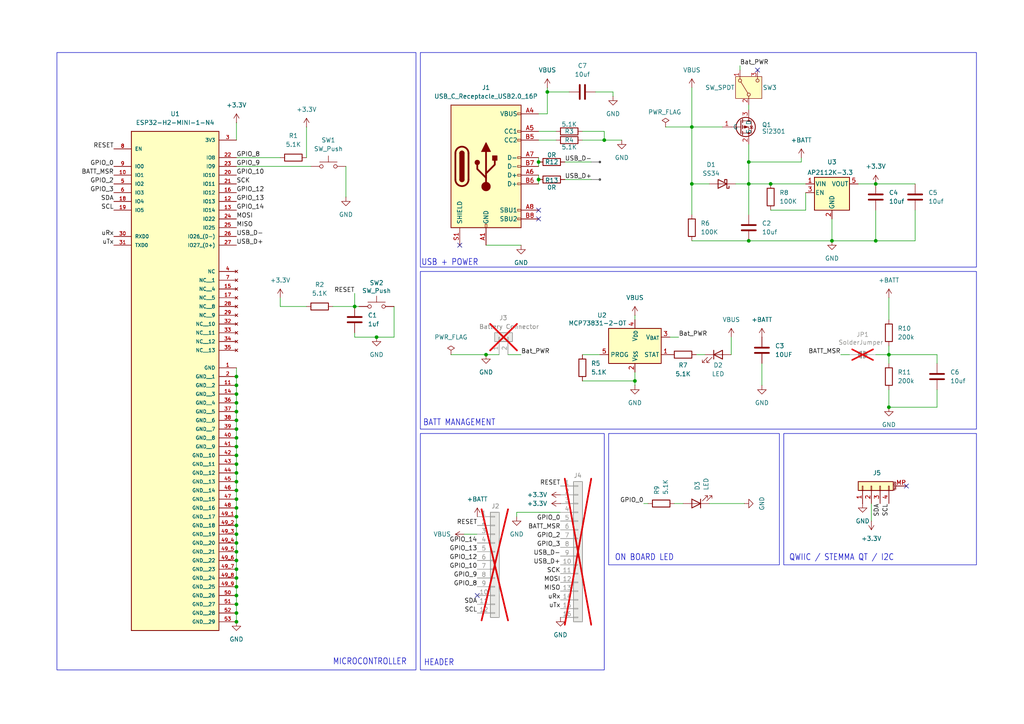
<source format=kicad_sch>
(kicad_sch (version 20231120) (generator "eeschema") (generator_version "8.0")
  (paper "A4")
  (title_block (title "GLYPH-H2") (date "2024-09-05") (rev "V3") (company "PCBCUPID") (comment 1 "Author : Srinivasan M") (comment 2 "License : CC-BY-SA") (comment 3 "Open Source"))
  (lib_symbols
    (symbol "Battery_Management:MCP73831-2-OT"
      (property "Reference" "U" (at -7.62 6.35 0))
      (property "Value" "MCP73831-2-OT" (at 1.27 6.35 0))
      (symbol "MCP73831-2-OT_1_1"
        (pin tri_state line (at 10.16 -2.54 180) (length 2.54) (name "STAT") (number "1"))
        (pin power_in line (at 0 -7.62 90) (length 2.54) (name "V_{SS}") (number "2"))
        (pin power_out line (at 10.16 2.54 180) (length 2.54) (name "V_{BAT}") (number "3"))
        (pin power_in line (at 0 7.62 270) (length 2.54) (name "V_{DD}") (number "4"))
        (pin input line (at -10.16 -2.54 0) (length 2.54) (name "PROG") (number "5"))
      )
    )
    (symbol "Connector:USB_C_Receptacle_USB2.0_16P" (pin_names (offset 1.016))
      (property "Reference" "J" (at 0 22.225 0))
      (property "Value" "USB_C_Receptacle_USB2.0_16P" (at 0 19.685 0))
      (symbol "USB_C_Receptacle_USB2.0_16P_1_1"
        (pin passive line (at 0 -22.86 90) (length 5.08) (name "GND") (number "A1"))
        (pin passive line (at 0 -22.86 90) (length 5.08) hide (name "GND") (number "A12"))
        (pin passive line (at 15.24 15.24 180) (length 5.08) (name "VBUS") (number "A4"))
        (pin bidirectional line (at 15.24 10.16 180) (length 5.08) (name "CC1") (number "A5"))
        (pin bidirectional line (at 15.24 -2.54 180) (length 5.08) (name "D+") (number "A6"))
        (pin bidirectional line (at 15.24 2.54 180) (length 5.08) (name "D-") (number "A7"))
        (pin bidirectional line (at 15.24 -12.7 180) (length 5.08) (name "SBU1") (number "A8"))
        (pin passive line (at 15.24 15.24 180) (length 5.08) hide (name "VBUS") (number "A9"))
        (pin passive line (at 0 -22.86 90) (length 5.08) hide (name "GND") (number "B1"))
        (pin passive line (at 0 -22.86 90) (length 5.08) hide (name "GND") (number "B12"))
        (pin passive line (at 15.24 15.24 180) (length 5.08) hide (name "VBUS") (number "B4"))
        (pin bidirectional line (at 15.24 7.62 180) (length 5.08) (name "CC2") (number "B5"))
        (pin bidirectional line (at 15.24 -5.08 180) (length 5.08) (name "D+") (number "B6"))
        (pin bidirectional line (at 15.24 0 180) (length 5.08) (name "D-") (number "B7"))
        (pin bidirectional line (at 15.24 -15.24 180) (length 5.08) (name "SBU2") (number "B8"))
        (pin passive line (at 15.24 15.24 180) (length 5.08) hide (name "VBUS") (number "B9"))
        (pin passive line (at -7.62 -22.86 90) (length 5.08) (name "SHIELD") (number "S1"))
      )
    )
    (symbol "Connector_Generic:Conn_01x02" (pin_names (offset 1.016) hide)
      (property "Reference" "J" (at 0 2.54 0))
      (property "Value" "Conn_01x02" (at 0 -5.08 0))
      (symbol "Conn_01x02_1_1"
        (pin passive line (at -5.08 0 0) (length 3.81) (name "Pin_1") (number "1"))
        (pin passive line (at -5.08 -2.54 0) (length 3.81) (name "Pin_2") (number "2"))
      )
    )
    (symbol "Connector_Generic:Conn_01x12" (pin_names (offset 1.016) hide)
      (property "Reference" "J" (at 0 15.24 0))
      (property "Value" "Conn_01x12" (at 0 -17.78 0))
      (symbol "Conn_01x12_1_1"
        (pin passive line (at -5.08 12.7 0) (length 3.81) (name "Pin_1") (number "1"))
        (pin passive line (at -5.08 -10.16 0) (length 3.81) (name "Pin_10") (number "10"))
        (pin passive line (at -5.08 -12.7 0) (length 3.81) (name "Pin_11") (number "11"))
        (pin passive line (at -5.08 -15.24 0) (length 3.81) (name "Pin_12") (number "12"))
        (pin passive line (at -5.08 10.16 0) (length 3.81) (name "Pin_2") (number "2"))
        (pin passive line (at -5.08 7.62 0) (length 3.81) (name "Pin_3") (number "3"))
        (pin passive line (at -5.08 5.08 0) (length 3.81) (name "Pin_4") (number "4"))
        (pin passive line (at -5.08 2.54 0) (length 3.81) (name "Pin_5") (number "5"))
        (pin passive line (at -5.08 0 0) (length 3.81) (name "Pin_6") (number "6"))
        (pin passive line (at -5.08 -2.54 0) (length 3.81) (name "Pin_7") (number "7"))
        (pin passive line (at -5.08 -5.08 0) (length 3.81) (name "Pin_8") (number "8"))
        (pin passive line (at -5.08 -7.62 0) (length 3.81) (name "Pin_9") (number "9"))
      )
    )
    (symbol "Connector_Generic:Conn_01x16" (pin_names (offset 1.016) hide)
      (property "Reference" "J" (at 0 20.32 0))
      (property "Value" "Conn_01x16" (at 0 -22.86 0))
      (symbol "Conn_01x16_1_1"
        (pin passive line (at -5.08 17.78 0) (length 3.81) (name "Pin_1") (number "1"))
        (pin passive line (at -5.08 -5.08 0) (length 3.81) (name "Pin_10") (number "10"))
        (pin passive line (at -5.08 -7.62 0) (length 3.81) (name "Pin_11") (number "11"))
        (pin passive line (at -5.08 -10.16 0) (length 3.81) (name "Pin_12") (number "12"))
        (pin passive line (at -5.08 -12.7 0) (length 3.81) (name "Pin_13") (number "13"))
        (pin passive line (at -5.08 -15.24 0) (length 3.81) (name "Pin_14") (number "14"))
        (pin passive line (at -5.08 -17.78 0) (length 3.81) (name "Pin_15") (number "15"))
        (pin passive line (at -5.08 -20.32 0) (length 3.81) (name "Pin_16") (number "16"))
        (pin passive line (at -5.08 15.24 0) (length 3.81) (name "Pin_2") (number "2"))
        (pin passive line (at -5.08 12.7 0) (length 3.81) (name "Pin_3") (number "3"))
        (pin passive line (at -5.08 10.16 0) (length 3.81) (name "Pin_4") (number "4"))
        (pin passive line (at -5.08 7.62 0) (length 3.81) (name "Pin_5") (number "5"))
        (pin passive line (at -5.08 5.08 0) (length 3.81) (name "Pin_6") (number "6"))
        (pin passive line (at -5.08 2.54 0) (length 3.81) (name "Pin_7") (number "7"))
        (pin passive line (at -5.08 0 0) (length 3.81) (name "Pin_8") (number "8"))
        (pin passive line (at -5.08 -2.54 0) (length 3.81) (name "Pin_9") (number "9"))
      )
    )
    (symbol "Connector_Generic_MountingPin:Conn_01x04_MountingPin" (pin_names (offset 1.016) hide)
      (property "Reference" "J" (at 0 5.08 0))
      (property "Value" "Conn_01x04_MountingPin" (at 1.27 -7.62 0))
      (symbol "Conn_01x04_MountingPin_1_1"
        (text "Mounting" (at 0 -6.731 0) (effects (font (size 0.381 0.381))))
        (pin passive line (at -5.08 2.54 0) (length 3.81) (name "Pin_1") (number "1"))
        (pin passive line (at -5.08 0 0) (length 3.81) (name "Pin_2") (number "2"))
        (pin passive line (at -5.08 -2.54 0) (length 3.81) (name "Pin_3") (number "3"))
        (pin passive line (at -5.08 -5.08 0) (length 3.81) (name "Pin_4") (number "4"))
        (pin passive line (at 0 -10.16 90) (length 3.048) (name "MountPin") (number "MP"))
      )
    )
    (symbol "Device:C" (pin_numbers hide) (pin_names (offset 0.254))
      (property "Reference" "C" (at 0.635 2.54 0))
      (property "Value" "C" (at 0.635 -2.54 0))
      (symbol "C_1_1"
        (pin passive line (at 0 3.81 270) (length 2.794) (name "~") (number "1"))
        (pin passive line (at 0 -3.81 90) (length 2.794) (name "~") (number "2"))
      )
    )
    (symbol "Device:LED" (pin_numbers hide) (pin_names (offset 1.016) hide)
      (property "Reference" "D" (at 0 2.54 0))
      (property "Value" "LED" (at 0 -2.54 0))
      (symbol "LED_1_1"
        (pin passive line (at -3.81 0 0) (length 2.54) (name "K") (number "1"))
        (pin passive line (at 3.81 0 180) (length 2.54) (name "A") (number "2"))
      )
    )
    (symbol "Device:R" (pin_numbers hide) (pin_names (offset 0))
      (property "Reference" "R" (at 2.032 0 90))
      (property "Value" "R" (at 0 0 90))
      (symbol "R_1_1"
        (pin passive line (at 0 3.81 270) (length 1.27) (name "~") (number "1"))
        (pin passive line (at 0 -3.81 90) (length 1.27) (name "~") (number "2"))
      )
    )
    (symbol "Diode:SS34" (pin_numbers hide) (pin_names (offset 1.016) hide)
      (property "Reference" "D" (at 0 2.54 0))
      (property "Value" "SS34" (at 0 -2.54 0))
      (symbol "SS34_1_1"
        (pin passive line (at -3.81 0 0) (length 2.54) (name "K") (number "1"))
        (pin passive line (at 3.81 0 180) (length 2.54) (name "A") (number "2"))
      )
    )
    (symbol "ESP32_H2_MINI_1_N4:ESP32-C3-MINI-1-N4" (pin_names (offset 1.016))
      (property "Reference" "U" (at -12.7 18.796 0))
      (property "Value" "ESP32-C3-MINI-1-N4" (at -12.7 -129.54 0))
      (symbol "ESP32-C3-MINI-1-N4_0_0"
        (pin power_in line (at 17.78 -50.8 180) (length 5.08) (name "GND") (number "1"))
        (pin power_in line (at 17.78 -55.88 180) (length 5.08) (name "GND__2") (number "11"))
        (pin power_in line (at 17.78 -58.42 180) (length 5.08) (name "GND__3") (number "14"))
        (pin no_connect line (at 17.78 -27.94 180) (length 5.08) (name "NC__4") (number "15"))
        (pin no_connect line (at 17.78 -30.48 180) (length 5.08) (name "NC__5") (number "17"))
        (pin bidirectional line (at -17.78 -2.54 0) (length 5.08) (name "IO4") (number "18"))
        (pin bidirectional line (at -17.78 -5.08 0) (length 5.08) (name "IO5") (number "19"))
        (pin power_in line (at 17.78 -53.34 180) (length 5.08) (name "GND__1") (number "2"))
        (pin bidirectional line (at 17.78 10.16 180) (length 5.08) (name "IO8") (number "22"))
        (pin bidirectional line (at 17.78 7.62 180) (length 5.08) (name "IO9") (number "23"))
        (pin no_connect line (at 17.78 -33.02 180) (length 5.08) (name "NC__8") (number "28"))
        (pin no_connect line (at 17.78 -35.56 180) (length 5.08) (name "NC__9") (number "29"))
        (pin power_in line (at 17.78 15.24 180) (length 5.08) (name "3V3") (number "3"))
        (pin bidirectional line (at -17.78 -12.7 0) (length 5.08) (name "RXD0") (number "30"))
        (pin bidirectional line (at -17.78 -15.24 0) (length 5.08) (name "TXD0") (number "31"))
        (pin no_connect line (at 17.78 -38.1 180) (length 5.08) (name "NC__10") (number "32"))
        (pin no_connect line (at 17.78 -40.64 180) (length 5.08) (name "NC__11") (number "33"))
        (pin no_connect line (at 17.78 -43.18 180) (length 5.08) (name "NC__12") (number "34"))
        (pin no_connect line (at 17.78 -45.72 180) (length 5.08) (name "NC__13") (number "35"))
        (pin power_in line (at 17.78 -60.96 180) (length 5.08) (name "GND__4") (number "36"))
        (pin power_in line (at 17.78 -63.5 180) (length 5.08) (name "GND__5") (number "37"))
        (pin power_in line (at 17.78 -66.04 180) (length 5.08) (name "GND__6") (number "38"))
        (pin power_in line (at 17.78 -68.58 180) (length 5.08) (name "GND__7") (number "39"))
        (pin no_connect line (at 17.78 -22.86 180) (length 5.08) (name "NC") (number "4"))
        (pin power_in line (at 17.78 -71.12 180) (length 5.08) (name "GND__8") (number "40"))
        (pin power_in line (at 17.78 -73.66 180) (length 5.08) (name "GND__9") (number "41"))
        (pin power_in line (at 17.78 -76.2 180) (length 5.08) (name "GND__10") (number "42"))
        (pin power_in line (at 17.78 -78.74 180) (length 5.08) (name "GND__11") (number "43"))
        (pin power_in line (at 17.78 -81.28 180) (length 5.08) (name "GND__12") (number "44"))
        (pin power_in line (at 17.78 -83.82 180) (length 5.08) (name "GND__13") (number "45"))
        (pin power_in line (at 17.78 -86.36 180) (length 5.08) (name "GND__14") (number "46"))
        (pin power_in line (at 17.78 -88.9 180) (length 5.08) (name "GND__15") (number "47"))
        (pin power_in line (at 17.78 -91.44 180) (length 5.08) (name "GND__16") (number "48"))
        (pin power_in line (at 17.78 -93.98 180) (length 5.08) (name "GND__17") (number "49_1"))
        (pin power_in line (at 17.78 -96.52 180) (length 5.08) (name "GND__18") (number "49_2"))
        (pin power_in line (at 17.78 -99.06 180) (length 5.08) (name "GND__19") (number "49_3"))
        (pin power_in line (at 17.78 -101.6 180) (length 5.08) (name "GND__20") (number "49_4"))
        (pin power_in line (at 17.78 -104.14 180) (length 5.08) (name "GND__21") (number "49_5"))
        (pin power_in line (at 17.78 -106.68 180) (length 5.08) (name "GND__22") (number "49_6"))
        (pin power_in line (at 17.78 -109.22 180) (length 5.08) (name "GND__23") (number "49_7"))
        (pin power_in line (at 17.78 -111.76 180) (length 5.08) (name "GND__24") (number "49_8"))
        (pin power_in line (at 17.78 -114.3 180) (length 5.08) (name "GND__25") (number "49_9"))
        (pin bidirectional line (at -17.78 2.54 0) (length 5.08) (name "IO2") (number "5"))
        (pin power_in line (at 17.78 -116.84 180) (length 5.08) (name "GND__26") (number "50"))
        (pin power_in line (at 17.78 -119.38 180) (length 5.08) (name "GND__27") (number "51"))
        (pin power_in line (at 17.78 -121.92 180) (length 5.08) (name "GND__28") (number "52"))
        (pin power_in line (at 17.78 -124.46 180) (length 5.08) (name "GND__29") (number "53"))
        (pin bidirectional line (at -17.78 0 0) (length 5.08) (name "IO3") (number "6"))
        (pin no_connect line (at 17.78 -25.4 180) (length 5.08) (name "NC__1") (number "7"))
        (pin input line (at -17.78 12.7 0) (length 5.08) (name "EN") (number "8"))
      )
      (symbol "ESP32-C3-MINI-1-N4_1_0"
        (pin bidirectional line (at -17.78 5.08 0) (length 5.08) (name "IO1") (number "10"))
        (pin bidirectional line (at 17.78 -2.54 180) (length 5.08) (name "IO13") (number "12"))
        (pin bidirectional line (at 17.78 -5.08 180) (length 5.08) (name "IO14") (number "13"))
        (pin bidirectional line (at 17.78 0 180) (length 5.08) (name "IO12") (number "16"))
        (pin bidirectional line (at 17.78 5.08 180) (length 5.08) (name "IO10") (number "20"))
        (pin bidirectional line (at 17.78 2.54 180) (length 5.08) (name "IO11") (number "21"))
        (pin bidirectional line (at 17.78 -7.62 180) (length 5.08) (name "IO22") (number "24"))
        (pin bidirectional line (at 17.78 -10.16 180) (length 5.08) (name "IO25") (number "25"))
        (pin bidirectional line (at 17.78 -12.7 180) (length 5.08) (name "IO26_(D-)") (number "26"))
        (pin bidirectional line (at 17.78 -15.24 180) (length 5.08) (name "IO27_(D+)") (number "27"))
        (pin bidirectional line (at -17.78 7.62 0) (length 5.08) (name "IO0") (number "9"))
      )
    )
    (symbol "Jumper:SolderJumper_2_Open" (pin_numbers hide) (pin_names (offset 0) hide) (exclude_from_sim yes) (in_bom no)
      (property "Reference" "JP" (at 0 2.032 0))
      (property "Value" "SolderJumper_2_Open" (at 0 -2.54 0))
      (symbol "SolderJumper_2_Open_1_1"
        (pin passive line (at -3.81 0 0) (length 2.54) (name "A") (number "1"))
        (pin passive line (at 3.81 0 180) (length 2.54) (name "B") (number "2"))
      )
    )
    (symbol "Regulator_Linear:AP2112K-3.3" (pin_names (offset 0.254))
      (property "Reference" "U" (at -5.08 5.715 0))
      (property "Value" "AP2112K-3.3" (at 0 5.715 0))
      (symbol "AP2112K-3.3_1_1"
        (pin power_in line (at -7.62 2.54 0) (length 2.54) (name "VIN") (number "1"))
        (pin power_in line (at 0 -7.62 90) (length 2.54) (name "GND") (number "2"))
        (pin input line (at -7.62 0 0) (length 2.54) (name "EN") (number "3"))
        (pin no_connect line (at 5.08 0 180) (length 2.54) hide (name "NC") (number "4"))
        (pin power_out line (at 7.62 2.54 180) (length 2.54) (name "VOUT") (number "5"))
      )
    )
    (symbol "Switch:SW_Push" (pin_numbers hide) (pin_names (offset 1.016) hide)
      (property "Reference" "SW" (at 1.27 2.54 0))
      (property "Value" "SW_Push" (at 0 -1.524 0))
      (symbol "SW_Push_0_1"
        (pin passive line (at -5.08 0 0) (length 2.54) (name "1") (number "1"))
        (pin passive line (at 5.08 0 180) (length 2.54) (name "2") (number "2"))
      )
    )
    (symbol "Switch:SW_SPDT" (pin_names (offset 0) hide)
      (property "Reference" "SW" (at 0 5.08 0))
      (property "Value" "SW_SPDT" (at 0 -5.08 0))
      (symbol "SW_SPDT_1_1"
        (pin passive line (at 5.08 2.54 180) (length 2.54) (name "A") (number "1"))
        (pin passive line (at -5.08 0 0) (length 2.54) (name "B") (number "2"))
        (pin passive line (at 5.08 -2.54 180) (length 2.54) (name "C") (number "3"))
      )
    )
    (symbol "Vishay_SI2301:SI2301"
      (property "Reference" "Q" (at 4.318 0 0))
      (symbol "SI2301_1_1"
        (pin input line (at -6.35 0 0) (length 2.54) (name "G") (number "1"))
        (pin passive line (at 1.27 -5.08 90) (length 2.54) (name "S") (number "2"))
        (pin passive line (at 1.27 5.08 270) (length 2.54) (name "D") (number "3"))
      )
    )
    (symbol "power:+3.3V" (power) (pin_numbers hide) (pin_names (offset 0) hide)
      (property "Value" "+3.3V" (at 0 3.556 0))
      (symbol "+3.3V_1_1"
        (pin power_in line (at 0 0 90) (length 0) (name "~") (number "1"))
      )
    )
    (symbol "power:+BATT" (power) (pin_numbers hide) (pin_names (offset 0) hide)
      (property "Value" "+BATT" (at 0 3.556 0))
      (symbol "+BATT_1_1"
        (pin power_in line (at 0 0 90) (length 0) (name "~") (number "1"))
      )
    )
    (symbol "power:GND" (power) (pin_numbers hide) (pin_names (offset 0) hide)
      (property "Value" "GND" (at 0 -3.81 0))
      (symbol "GND_1_1"
        (pin power_in line (at 0 0 270) (length 0) (name "~") (number "1"))
      )
    )
    (symbol "power:PWR_FLAG" (power) (pin_numbers hide) (pin_names (offset 0) hide)
      (property "Value" "PWR_FLAG" (at 0 3.81 0))
      (symbol "PWR_FLAG_0_0"
        (pin power_out line (at 0 0 90) (length 0) (name "~") (number "1"))
      )
    )
    (symbol "power:VBUS" (power) (pin_numbers hide) (pin_names (offset 0) hide)
      (property "Value" "VBUS" (at 0 3.556 0))
      (symbol "VBUS_1_1"
        (pin power_in line (at 0 0 90) (length 0) (name "~") (number "1"))
      )
    )
  )
  (junction (at 68.58 172.72))
  (junction (at 68.58 124.46))
  (junction (at 200.66 36.83))
  (junction (at 68.58 127))
  (junction (at 184.15 110.49))
  (junction (at 68.58 157.48))
  (junction (at 217.17 46.99))
  (junction (at 68.58 114.3))
  (junction (at 68.58 154.94))
  (junction (at 68.58 119.38))
  (junction (at 175.26 40.64))
  (junction (at 68.58 149.86))
  (junction (at 68.58 144.78))
  (junction (at 68.58 116.84))
  (junction (at 254 53.34))
  (junction (at 68.58 132.08))
  (junction (at 68.58 129.54))
  (junction (at 68.58 137.16))
  (junction (at 68.58 180.34))
  (junction (at 68.58 162.56))
  (junction (at 68.58 109.22))
  (junction (at 156.21 46.99))
  (junction (at 68.58 152.4))
  (junction (at 68.58 175.26))
  (junction (at 156.21 52.07))
  (junction (at 200.66 53.34))
  (junction (at 254 69.85))
  (junction (at 68.58 147.32))
  (junction (at 109.22 97.79))
  (junction (at 68.58 111.76))
  (junction (at 158.75 26.67))
  (junction (at 68.58 134.62))
  (junction (at 241.3 69.85))
  (junction (at 68.58 139.7))
  (junction (at 102.87 88.9))
  (junction (at 68.58 160.02))
  (junction (at 68.58 142.24))
  (junction (at 68.58 165.1))
  (junction (at 217.17 53.34))
  (junction (at 257.81 102.87))
  (junction (at 68.58 167.64))
  (junction (at 257.81 118.11))
  (junction (at 140.97 102.87))
  (junction (at 68.58 177.8))
  (junction (at 68.58 170.18))
  (junction (at 223.52 53.34))
  (junction (at 217.17 69.85))
  (junction (at 68.58 121.92))
  (no_connect (at 219.71 20.32))
  (no_connect (at 138.43 172.72))
  (no_connect (at 156.21 63.5))
  (no_connect (at 156.21 60.96))
  (no_connect (at 262.89 140.97))
  (no_connect (at 133.35 71.12))
  (wire (pts (xy 149.86 148.59) (xy 149.86 149.86)))
  (wire (pts (xy 254 69.85) (xy 265.43 69.85)))
  (wire (pts (xy 158.75 26.67) (xy 158.75 33.02)))
  (wire (pts (xy 81.28 86.36) (xy 81.28 88.9)))
  (wire (pts (xy 175.26 38.1) (xy 175.26 40.64)))
  (wire (pts (xy 257.81 113.03) (xy 257.81 118.11)))
  (wire (pts (xy 68.58 152.4) (xy 68.58 154.94)))
  (wire (pts (xy 100.33 48.26) (xy 100.33 57.15)))
  (wire (pts (xy 184.15 91.44) (xy 184.15 92.71)))
  (wire (pts (xy 217.17 69.85) (xy 241.3 69.85)))
  (wire (pts (xy 271.78 102.87) (xy 271.78 105.41)))
  (wire (pts (xy 68.58 175.26) (xy 68.58 177.8)))
  (wire (pts (xy 68.58 45.72) (xy 81.28 45.72)))
  (wire (pts (xy 162.56 148.59) (xy 149.86 148.59)))
  (wire (pts (xy 217.17 53.34) (xy 217.17 62.23)))
  (wire (pts (xy 130.81 102.87) (xy 140.97 102.87)))
  (wire (pts (xy 102.87 85.09) (xy 102.87 88.9)))
  (wire (pts (xy 68.58 139.7) (xy 68.58 142.24)))
  (wire (pts (xy 163.83 46.99) (xy 171.45 46.99)))
  (wire (pts (xy 102.87 96.52) (xy 102.87 97.79)))
  (wire (pts (xy 241.3 63.5) (xy 241.3 69.85)))
  (wire (pts (xy 175.26 40.64) (xy 168.91 40.64)))
  (wire (pts (xy 257.81 100.33) (xy 257.81 102.87)))
  (wire (pts (xy 156.21 52.07) (xy 156.21 53.34)))
  (wire (pts (xy 140.97 102.87) (xy 144.78 102.87)))
  (wire (pts (xy 109.22 97.79) (xy 114.3 97.79)))
  (wire (pts (xy 217.17 46.99) (xy 217.17 53.34)))
  (wire (pts (xy 140.97 71.12) (xy 151.13 71.12)))
  (wire (pts (xy 200.66 36.83) (xy 200.66 53.34)))
  (wire (pts (xy 233.68 60.96) (xy 233.68 55.88)))
  (wire (pts (xy 68.58 134.62) (xy 68.58 137.16)))
  (wire (pts (xy 134.62 154.94) (xy 138.43 154.94)))
  (wire (pts (xy 214.63 19.05) (xy 214.63 20.32)))
  (wire (pts (xy 168.91 110.49) (xy 184.15 110.49)))
  (wire (pts (xy 254 60.96) (xy 254 69.85)))
  (wire (pts (xy 200.66 36.83) (xy 209.55 36.83)))
  (wire (pts (xy 217.17 53.34) (xy 223.52 53.34)))
  (wire (pts (xy 186.69 146.05) (xy 187.96 146.05)))
  (wire (pts (xy 68.58 167.64) (xy 68.58 170.18)))
  (wire (pts (xy 172.72 26.67) (xy 177.8 26.67)))
  (wire (pts (xy 194.31 97.79) (xy 196.85 97.79)))
  (wire (pts (xy 68.58 35.56) (xy 68.58 40.64)))
  (wire (pts (xy 217.17 30.48) (xy 217.17 31.75)))
  (wire (pts (xy 68.58 111.76) (xy 68.58 114.3)))
  (wire (pts (xy 68.58 160.02) (xy 68.58 162.56)))
  (wire (pts (xy 68.58 132.08) (xy 68.58 134.62)))
  (wire (pts (xy 158.75 26.67) (xy 165.1 26.67)))
  (wire (pts (xy 68.58 142.24) (xy 68.58 144.78)))
  (wire (pts (xy 217.17 46.99) (xy 232.41 46.99)))
  (wire (pts (xy 147.32 102.87) (xy 151.13 102.87)))
  (wire (pts (xy 200.66 53.34) (xy 200.66 62.23)))
  (wire (pts (xy 68.58 127) (xy 68.58 129.54)))
  (wire (pts (xy 156.21 38.1) (xy 161.29 38.1)))
  (wire (pts (xy 156.21 33.02) (xy 158.75 33.02)))
  (wire (pts (xy 198.12 146.05) (xy 195.58 146.05)))
  (wire (pts (xy 257.81 102.87) (xy 257.81 105.41)))
  (wire (pts (xy 68.58 144.78) (xy 68.58 147.32)))
  (wire (pts (xy 265.43 60.96) (xy 265.43 69.85)))
  (wire (pts (xy 156.21 40.64) (xy 161.29 40.64)))
  (wire (pts (xy 241.3 69.85) (xy 254 69.85)))
  (wire (pts (xy 215.9 146.05) (xy 205.74 146.05)))
  (wire (pts (xy 68.58 162.56) (xy 68.58 165.1)))
  (wire (pts (xy 88.9 36.83) (xy 88.9 45.72)))
  (wire (pts (xy 257.81 86.36) (xy 257.81 92.71)))
  (wire (pts (xy 168.91 102.87) (xy 173.99 102.87)))
  (wire (pts (xy 200.66 36.83) (xy 193.04 36.83)))
  (wire (pts (xy 168.91 38.1) (xy 175.26 38.1)))
  (wire (pts (xy 156.21 50.8) (xy 156.21 52.07)))
  (wire (pts (xy 68.58 154.94) (xy 68.58 157.48)))
  (wire (pts (xy 217.17 41.91) (xy 217.17 46.99)))
  (wire (pts (xy 213.36 53.34) (xy 217.17 53.34)))
  (wire (pts (xy 252.73 146.05) (xy 252.73 151.13)))
  (wire (pts (xy 257.81 102.87) (xy 271.78 102.87)))
  (wire (pts (xy 254 53.34) (xy 265.43 53.34)))
  (wire (pts (xy 223.52 60.96) (xy 233.68 60.96)))
  (wire (pts (xy 68.58 172.72) (xy 68.58 175.26)))
  (wire (pts (xy 68.58 177.8) (xy 68.58 180.34)))
  (wire (pts (xy 68.58 137.16) (xy 68.58 139.7)))
  (wire (pts (xy 158.75 25.4) (xy 158.75 26.67)))
  (wire (pts (xy 201.93 102.87) (xy 204.47 102.87)))
  (wire (pts (xy 180.34 40.64) (xy 175.26 40.64)))
  (wire (pts (xy 68.58 119.38) (xy 68.58 121.92)))
  (wire (pts (xy 232.41 46.99) (xy 232.41 45.72)))
  (wire (pts (xy 271.78 113.03) (xy 271.78 118.11)))
  (wire (pts (xy 68.58 147.32) (xy 68.58 149.86)))
  (wire (pts (xy 68.58 170.18) (xy 68.58 172.72)))
  (wire (pts (xy 68.58 48.26) (xy 90.17 48.26)))
  (wire (pts (xy 200.66 69.85) (xy 217.17 69.85)))
  (wire (pts (xy 248.92 53.34) (xy 254 53.34)))
  (wire (pts (xy 254 102.87) (xy 257.81 102.87)))
  (wire (pts (xy 68.58 106.68) (xy 68.58 109.22)))
  (wire (pts (xy 68.58 121.92) (xy 68.58 124.46)))
  (wire (pts (xy 68.58 114.3) (xy 68.58 116.84)))
  (wire (pts (xy 223.52 53.34) (xy 233.68 53.34)))
  (wire (pts (xy 212.09 97.79) (xy 212.09 102.87)))
  (wire (pts (xy 68.58 165.1) (xy 68.58 167.64)))
  (wire (pts (xy 271.78 118.11) (xy 257.81 118.11)))
  (wire (pts (xy 81.28 88.9) (xy 88.9 88.9)))
  (wire (pts (xy 96.52 88.9) (xy 102.87 88.9)))
  (wire (pts (xy 156.21 45.72) (xy 156.21 46.99)))
  (wire (pts (xy 184.15 110.49) (xy 184.15 111.76)))
  (wire (pts (xy 68.58 149.86) (xy 68.58 152.4)))
  (wire (pts (xy 243.84 102.87) (xy 246.38 102.87)))
  (wire (pts (xy 102.87 88.9) (xy 104.14 88.9)))
  (wire (pts (xy 114.3 88.9) (xy 114.3 97.79)))
  (wire (pts (xy 163.83 52.07) (xy 171.45 52.07)))
  (wire (pts (xy 68.58 109.22) (xy 68.58 111.76)))
  (wire (pts (xy 177.8 26.67) (xy 177.8 27.94)))
  (wire (pts (xy 68.58 124.46) (xy 68.58 127)))
  (wire (pts (xy 102.87 97.79) (xy 109.22 97.79)))
  (wire (pts (xy 156.21 46.99) (xy 156.21 48.26)))
  (wire (pts (xy 220.98 105.41) (xy 220.98 111.76)))
  (wire (pts (xy 68.58 129.54) (xy 68.58 132.08)))
  (wire (pts (xy 184.15 110.49) (xy 184.15 107.95)))
  (wire (pts (xy 200.66 53.34) (xy 205.74 53.34)))
  (wire (pts (xy 68.58 116.84) (xy 68.58 119.38)))
  (wire (pts (xy 68.58 157.48) (xy 68.58 160.02)))
  (wire (pts (xy 200.66 25.4) (xy 200.66 36.83)))
  (rectangle (start 16.51 15.24) (end 120.65 194.31))
  (rectangle (start 176.53 125.73) (end 226.06 163.83))
  (rectangle (start 121.92 78.74) (end 283.21 124.46))
  (rectangle (start 121.92 125.73) (end 175.26 194.31))
  (rectangle (start 227.33 125.73) (end 283.21 163.83))
  (rectangle (start 121.92 15.24) (end 283.21 77.47))
  (text "ON BOARD LED\n" (at 178.308 162.814 0) (effects (font (size 1.778 1.5113)) (justify left bottom)))
  (text "HEADER\n" (at 122.936 193.294 0) (effects (font (size 1.778 1.5113)) (justify left bottom)))
  (text "BATT MANAGEMENT" (at 122.682 123.698 0) (effects (font (size 1.778 1.5113)) (justify left bottom)))
  (text "QWIIC / STEMMA QT / I2C" (at 228.854 162.814 0) (effects (font (size 1.778 1.5113)) (justify left bottom)))
  (text "MICROCONTROLLER\n" (at 96.52 193.04 0) (effects (font (size 1.778 1.5113)) (justify left bottom)))
  (text "USB + POWER" (at 122.174 77.216 0) (effects (font (size 1.778 1.5113)) (justify left bottom)))
  (label "GPIO_12" (at 68.58 55.88 0))
  (label "GPIO_0" (at 162.56 151.13 180))
  (label "RESET" (at 102.87 85.09 180))
  (label "GPIO_3" (at 162.56 158.75 180))
  (label "GPIO_2" (at 33.02 53.34 180))
  (label "MISO" (at 162.56 171.45 180))
  (label "Bat_PWR" (at 151.13 102.87 0))
  (label "SCK" (at 68.58 53.34 0))
  (label "USB_D-" (at 163.83 46.99 0))
  (label "uRx" (at 162.56 173.99 180))
  (label "GPIO_14" (at 138.43 157.48 180))
  (label "GPIO_8" (at 138.43 170.18 180))
  (label "GPIO_3" (at 33.02 55.88 180))
  (label "GPIO_14" (at 68.58 60.96 0))
  (label "USB_D+" (at 162.56 163.83 180))
  (label "Bat_PWR" (at 196.85 97.79 0))
  (label "GPIO_2" (at 162.56 156.21 180))
  (label "GPIO_13" (at 68.58 58.42 0))
  (label "MISO" (at 68.58 66.04 0))
  (label "SDA" (at 255.27 146.05 270))
  (label "BATT_MSR" (at 33.02 50.8 180))
  (label "MOSI" (at 162.56 168.91 180))
  (label "SDA" (at 33.02 58.42 180))
  (label "USB_D+" (at 68.58 71.12 0))
  (label "RESET" (at 33.02 43.18 180))
  (label "uRx" (at 33.02 68.58 180))
  (label "SCK" (at 162.56 166.37 180))
  (label "SDA" (at 138.43 175.26 180))
  (label "uTx" (at 162.56 176.53 180))
  (label "RESET" (at 138.43 152.4 180))
  (label "BATT_MSR" (at 162.56 153.67 180))
  (label "BATT_MSR" (at 243.84 102.87 180))
  (label "GPIO_0" (at 33.02 48.26 180))
  (label "RESET" (at 162.56 140.97 180))
  (label "GPIO_10" (at 68.58 50.8 0))
  (label "GPIO_12" (at 138.43 162.56 180))
  (label "SCL" (at 138.43 177.8 180))
  (label "GPIO_13" (at 138.43 160.02 180))
  (label "GPIO_0" (at 186.69 146.05 180))
  (label "SCL" (at 257.81 146.05 270))
  (label "uTx" (at 33.02 71.12 180))
  (label "USB_D-" (at 68.58 68.58 0))
  (label "SCL" (at 33.02 60.96 180))
  (label "GPIO_8" (at 68.58 45.72 0))
  (label "GPIO_9" (at 138.43 167.64 180))
  (label "MOSI" (at 68.58 63.5 0))
  (label "USB_D-" (at 162.56 161.29 180))
  (label "GPIO_9" (at 68.58 48.26 0))
  (label "Bat_PWR" (at 214.63 19.05 0))
  (label "GPIO_10" (at 138.43 165.1 180))
  (label "USB_D+" (at 163.83 52.07 0))
  (netclass_flag "" (length 2.54) (shape dot) (at 171.45 46.99 270) (property "Netclass" "differential" (effects (hide yes))))
  (netclass_flag "" (length 2.54) (shape dot) (at 171.45 52.07 270) (property "Netclass" "differential" (effects (hide yes))))
  (symbol (lib_id "Device:C") (at 217.17 66.04 0) (unit 1)
    (property "Reference" "C2" (at 220.98 64.7699 0) (effects (justify left)))
    (property "Value" "10uf" (at 220.98 67.3099 0) (effects (justify left)))
    (property "Footprint" "Capacitor_SMD:C_0603_1608Metric" (effects (hide yes)))
    (property "Description" "Unpolarized capacitor" (effects (hide yes)))
  )
  (symbol (lib_id "Connector_Generic:Conn_01x02") (at 144.78 97.79 90) (unit 1) (dnp yes)
    (property "Reference" "J3" (at 144.78 92.202 90) (effects (justify right)))
    (property "Value" "Battery Connector" (at 138.938 94.742 90) (effects (justify right)))
    (property "Footprint" "Test_point_01x2:TestPoint_01x02" (effects (hide yes)))
    (property "Description" "Generic connector, single row, 01x02, script generated (kicad-library-utils/schlib/autogen/connector/)" (effects (hide yes)))
  )
  (symbol (lib_id "Device:LED") (at 201.93 146.05 180) (unit 1)
    (property "Reference" "D3" (at 202.2474 142.24 90) (effects (justify right)))
    (property "Value" "LED" (at 204.7874 142.24 90) (effects (justify right)))
    (property "Footprint" "LED_SMD:LED_0603_1608Metric" (effects (hide yes)))
    (property "Description" "Light emitting diode" (effects (hide yes)))
  )
  (symbol (lib_id "Connector_Generic_MountingPin:Conn_01x04_MountingPin") (at 252.73 140.97 90) (unit 1)
    (property "Reference" "J5" (at 254.3556 137.16 90))
    (property "Value" "Conn_01x04_MountingPin" (effects (hide yes)))
    (property "Footprint" "Connector_JST:JST_SH_BM04B-SRSS-TB_1x04-1MP_P1.00mm_Vertical" (effects (hide yes)))
    (property "Description" "Generic connectable mounting pin connector, single row, 01x04, script generated (kicad-library-utils/schlib/autogen/connector/)" (effects (hide yes)))
  )
  (symbol (lib_id "Connector_Generic:Conn_01x16") (at 167.64 158.75 0) (unit 1) (dnp yes)
    (property "Reference" "J4" (at 166.37 137.922 0) (effects (justify left)))
    (property "Value" "Conn_01x16" (effects (hide yes)))
    (property "Footprint" "Connector_PinSocket_2.54mm:PinSocket_1x16_P2.54mm_Vertical" (effects (hide yes)))
    (property "Description" "Generic connector, single row, 01x16, script generated (kicad-library-utils/schlib/autogen/connector/)" (effects (hide yes)))
  )
  (symbol (lib_id "power:VBUS") (at 212.09 97.79 0) (unit 1)
    (property "Reference" "#PWR022" (effects (hide yes)))
    (property "Value" "VBUS" (at 212.09 92.71 0))
    (property "Description" "Power symbol creates a global label with name \"VBUS\"" (effects (hide yes)))
  )
  (symbol (lib_id "Device:R") (at 198.12 102.87 90) (unit 1)
    (property "Reference" "R7" (at 198.12 105.918 90))
    (property "Value" "5.1K" (at 198.12 108.458 90))
    (property "Footprint" "Resistor_SMD:R_0603_1608Metric" (effects (hide yes)))
    (property "Description" "Resistor" (effects (hide yes)))
  )
  (symbol (lib_id "power:+3.3V") (at 162.56 146.05 90) (unit 1)
    (property "Reference" "#PWR028" (effects (hide yes)))
    (property "Value" "+3.3V" (at 158.75 146.0499 90) (effects (justify left)))
    (property "Description" "Power symbol creates a global label with name \"+3.3V\"" (effects (hide yes)))
  )
  (symbol (lib_id "Vishay_SI2301:SI2301") (at 215.9 36.83 0) (unit 1)
    (property "Reference" "Q1" (at 220.98 36.1949 0) (effects (justify left)))
    (property "Value" "Si2301" (at 220.98 38.1 0) (effects (justify left)))
    (property "Footprint" "Package_TO_SOT_SMD:SOT-23" (effects (hide yes)))
  )
  (symbol (lib_id "Device:R") (at 168.91 106.68 180) (unit 1)
    (property "Reference" "R5" (at 171.45 105.4099 0) (effects (justify right)))
    (property "Value" "5.1K" (at 171.45 107.9499 0) (effects (justify right)))
    (property "Footprint" "Resistor_SMD:R_0603_1608Metric" (effects (hide yes)))
    (property "Description" "Resistor" (effects (hide yes)))
  )
  (symbol (lib_id "Switch:SW_SPDT") (at 217.17 25.4 90) (unit 1)
    (property "Reference" "SW3" (at 225.298 25.4 90) (effects (justify left)))
    (property "Value" "SW_SPDT" (at 213.106 25.4 90) (effects (justify left)))
    (property "Footprint" "Button_Switch_SMD:SW_SPDT_PCM12" (effects (hide yes)))
    (property "Description" "Switch, single pole double throw" (effects (hide yes)))
  )
  (symbol (lib_id "Device:C") (at 102.87 92.71 0) (unit 1)
    (property "Reference" "C1" (at 106.68 91.4399 0) (effects (justify left)))
    (property "Value" "1uf" (at 106.68 93.9799 0) (effects (justify left)))
    (property "Footprint" "Capacitor_SMD:C_0603_1608Metric" (effects (hide yes)))
    (property "Description" "Unpolarized capacitor" (effects (hide yes)))
  )
  (symbol (lib_id "power:GND") (at 177.8 27.94 0) (unit 1)
    (property "Reference" "#PWR031" (effects (hide yes)))
    (property "Value" "GND" (at 177.8 33.02 0))
    (property "Description" "Power symbol creates a global label with name \"GND\" , ground" (effects (hide yes)))
  )
  (symbol (lib_id "Regulator_Linear:AP2112K-3.3") (at 241.3 55.88 0) (unit 1)
    (property "Reference" "U3" (at 241.3 46.99 0))
    (property "Value" "AP2112K-3.3" (at 240.792 50.038 0))
    (property "Footprint" "Package_TO_SOT_SMD:SOT-23-5" (effects (hide yes)))
    (property "Datasheet" "https://www.diodes.com/assets/Datasheets/AP2112.pdf" (effects (hide yes)))
    (property "Description" "600mA low dropout linear regulator, with enable pin, 3.8V-6V input voltage range, 3.3V fixed positive output, SOT-23-5" (effects (hide yes)))
  )
  (symbol (lib_id "power:GND") (at 109.22 97.79 0) (unit 1)
    (property "Reference" "#PWR09" (effects (hide yes)))
    (property "Value" "GND" (at 109.22 102.87 0))
    (property "Description" "Power symbol creates a global label with name \"GND\" , ground" (effects (hide yes)))
  )
  (symbol (lib_id "power:GND") (at 140.97 102.87 0) (unit 1)
    (property "Reference" "#PWR014" (effects (hide yes)))
    (property "Value" "GND" (at 140.97 107.95 0))
    (property "Description" "Power symbol creates a global label with name \"GND\" , ground" (effects (hide yes)))
  )
  (symbol (lib_id "power:GND") (at 68.58 180.34 0) (unit 1)
    (property "Reference" "#PWR023" (effects (hide yes)))
    (property "Value" "GND" (at 68.58 185.42 0))
    (property "Description" "Power symbol creates a global label with name \"GND\" , ground" (effects (hide yes)))
  )
  (symbol (lib_id "power:+3.3V") (at 81.28 86.36 0) (unit 1)
    (property "Reference" "#PWR08" (effects (hide yes)))
    (property "Value" "+3.3V" (at 81.28 81.28 0))
    (property "Description" "Power symbol creates a global label with name \"+3.3V\"" (effects (hide yes)))
  )
  (symbol (lib_id "power:+BATT") (at 138.43 149.86 0) (unit 1)
    (property "Reference" "#PWR024" (effects (hide yes)))
    (property "Value" "+BATT" (at 138.43 144.78 0))
    (property "Description" "Power symbol creates a global label with name \"+BATT\"" (effects (hide yes)))
  )
  (symbol (lib_id "Device:R") (at 200.66 66.04 0) (unit 1)
    (property "Reference" "R6" (at 203.2 64.7699 0) (effects (justify left)))
    (property "Value" "100K" (at 203.2 67.3099 0) (effects (justify left)))
    (property "Footprint" "Resistor_SMD:R_0603_1608Metric" (effects (hide yes)))
    (property "Description" "Resistor" (effects (hide yes)))
  )
  (symbol (lib_id "Device:LED") (at 208.28 102.87 0) (unit 1)
    (property "Reference" "D2" (at 208.28 105.918 0))
    (property "Value" "LED" (at 208.28 108.458 0))
    (property "Footprint" "LED_SMD:LED_0603_1608Metric" (effects (hide yes)))
    (property "Description" "Light emitting diode" (effects (hide yes)))
  )
  (symbol (lib_id "power:+3.3V") (at 162.56 143.51 90) (unit 1)
    (property "Reference" "#PWR026" (effects (hide yes)))
    (property "Value" "+3.3V" (at 158.75 143.5099 90) (effects (justify left)))
    (property "Description" "Power symbol creates a global label with name \"+3.3V\"" (effects (hide yes)))
  )
  (symbol (lib_id "Device:R") (at 165.1 40.64 90) (unit 1)
    (property "Reference" "R4" (at 165.1 40.64 90))
    (property "Value" "5.1K" (at 165.1 42.672 90))
    (property "Footprint" "Resistor_SMD:R_0603_1608Metric" (effects (hide yes)))
    (property "Description" "Resistor" (effects (hide yes)))
  )
  (symbol (lib_id "power:GND") (at 250.19 146.05 0) (unit 1)
    (property "Reference" "#PWR015" (effects (hide yes)))
    (property "Value" "GND" (at 250.19 151.13 0))
    (property "Description" "Power symbol creates a global label with name \"GND\" , ground" (effects (hide yes)))
  )
  (symbol (lib_id "power:GND") (at 180.34 40.64 0) (unit 1)
    (property "Reference" "#PWR018" (effects (hide yes)))
    (property "Value" "GND" (at 180.34 45.72 0))
    (property "Description" "Power symbol creates a global label with name \"GND\" , ground" (effects (hide yes)))
  )
  (symbol (lib_id "Connector:USB_C_Receptacle_USB2.0_16P") (at 140.97 48.26 0) (unit 1)
    (property "Reference" "J1" (at 140.97 25.4 0))
    (property "Value" "USB_C_Receptacle_USB2.0_16P" (at 140.97 27.94 0))
    (property "Footprint" "Connector_USB:USB_C_Receptacle_Palconn_UTC16-G" (effects (hide yes)))
    (property "Datasheet" "https://www.usb.org/sites/default/files/documents/usb_type-c.zip" (effects (hide yes)))
    (property "Description" "USB 2.0-only 16P Type-C Receptacle connector" (effects (hide yes)))
  )
  (symbol (lib_id "Connector_Generic:Conn_01x12") (at 143.51 162.56 0) (unit 1) (dnp yes)
    (property "Reference" "J2" (at 142.494 146.812 0) (effects (justify left)))
    (property "Value" "Conn_01x12" (effects (hide yes)))
    (property "Footprint" "Connector_PinSocket_2.54mm:PinSocket_1x12_P2.54mm_Vertical" (effects (hide yes)))
    (property "Description" "Generic connector, single row, 01x12, script generated (kicad-library-utils/schlib/autogen/connector/)" (effects (hide yes)))
  )
  (symbol (lib_id "Device:R") (at 257.81 109.22 0) (unit 1)
    (property "Reference" "R11" (at 260.35 107.9499 0) (effects (justify left)))
    (property "Value" "200k" (at 260.35 110.4899 0) (effects (justify left)))
    (property "Footprint" "Resistor_SMD:R_0603_1608Metric" (effects (hide yes)))
    (property "Description" "Resistor" (effects (hide yes)))
  )
  (symbol (lib_id "power:GND") (at 241.3 69.85 0) (unit 1)
    (property "Reference" "#PWR06" (effects (hide yes)))
    (property "Value" "GND" (at 241.3 74.93 0))
    (property "Description" "Power symbol creates a global label with name \"GND\" , ground" (effects (hide yes)))
  )
  (symbol (lib_id "power:+BATT") (at 220.98 97.79 0) (unit 1)
    (property "Reference" "#PWR021" (effects (hide yes)))
    (property "Value" "+BATT" (at 220.98 92.71 0))
    (property "Description" "Power symbol creates a global label with name \"+BATT\"" (effects (hide yes)))
  )
  (symbol (lib_id "power:+BATT") (at 257.81 86.36 0) (unit 1)
    (property "Reference" "#PWR03" (effects (hide yes)))
    (property "Value" "+BATT" (at 257.81 81.28 0))
    (property "Description" "Power symbol creates a global label with name \"+BATT\"" (effects (hide yes)))
  )
  (symbol (lib_id "power:VBUS") (at 200.66 25.4 0) (unit 1)
    (property "Reference" "#PWR04" (effects (hide yes)))
    (property "Value" "VBUS" (at 200.66 20.32 0))
    (property "Description" "Power symbol creates a global label with name \"VBUS\"" (effects (hide yes)))
  )
  (symbol (lib_id "power:+3.3V") (at 254 53.34 0) (unit 1)
    (property "Reference" "#PWR01" (effects (hide yes)))
    (property "Value" "+3.3V" (at 254 48.26 0))
    (property "Description" "Power symbol creates a global label with name \"+3.3V\"" (effects (hide yes)))
  )
  (symbol (lib_id "power:GND") (at 100.33 57.15 0) (unit 1)
    (property "Reference" "#PWR07" (effects (hide yes)))
    (property "Value" "GND" (at 100.33 62.23 0))
    (property "Description" "Power symbol creates a global label with name \"GND\" , ground" (effects (hide yes)))
  )
  (symbol (lib_id "Device:R") (at 160.02 46.99 270) (unit 1)
    (property "Reference" "R12" (at 160.02 46.99 90))
    (property "Value" "0R" (at 160.02 44.958 90))
    (property "Footprint" "Resistor_SMD:R_0603_1608Metric" (effects (hide yes)))
    (property "Description" "Resistor" (effects (hide yes)))
  )
  (symbol (lib_id "Device:C") (at 271.78 109.22 0) (unit 1)
    (property "Reference" "C6" (at 275.59 107.9499 0) (effects (justify left)))
    (property "Value" "10uf" (at 275.59 110.4899 0) (effects (justify left)))
    (property "Footprint" "Capacitor_SMD:C_0603_1608Metric" (effects (hide yes)))
    (property "Description" "Unpolarized capacitor" (effects (hide yes)))
  )
  (symbol (lib_id "power:GND") (at 151.13 71.12 0) (unit 1)
    (property "Reference" "#PWR030" (effects (hide yes)))
    (property "Value" "GND" (at 151.13 76.2 0))
    (property "Description" "Power symbol creates a global label with name \"GND\" , ground" (effects (hide yes)))
  )
  (symbol (lib_id "power:GND") (at 184.15 111.76 0) (unit 1)
    (property "Reference" "#PWR010" (effects (hide yes)))
    (property "Value" "GND" (at 184.15 116.84 0))
    (property "Description" "Power symbol creates a global label with name \"GND\" , ground" (effects (hide yes)))
  )
  (symbol (lib_id "Device:R") (at 92.71 88.9 90) (unit 1)
    (property "Reference" "R2" (at 92.71 82.55 90))
    (property "Value" "5.1K" (at 92.71 85.09 90))
    (property "Footprint" "Resistor_SMD:R_0603_1608Metric" (effects (hide yes)))
    (property "Description" "Resistor" (effects (hide yes)))
  )
  (symbol (lib_id "power:+BATT") (at 232.41 45.72 0) (unit 1)
    (property "Reference" "#PWR05" (effects (hide yes)))
    (property "Value" "+BATT" (at 232.41 40.64 0))
    (property "Description" "Power symbol creates a global label with name \"+BATT\"" (effects (hide yes)))
  )
  (symbol (lib_id "power:+3.3V") (at 252.73 151.13 180) (unit 1)
    (property "Reference" "#PWR020" (effects (hide yes)))
    (property "Value" "+3.3V" (at 252.73 156.21 0))
    (property "Description" "Power symbol creates a global label with name \"+3.3V\"" (effects (hide yes)))
  )
  (symbol (lib_id "power:+3.3V") (at 88.9 36.83 0) (unit 1)
    (property "Reference" "#PWR017" (effects (hide yes)))
    (property "Value" "+3.3V" (at 88.9 31.75 0))
    (property "Description" "Power symbol creates a global label with name \"+3.3V\"" (effects (hide yes)))
  )
  (symbol (lib_id "power:GND") (at 149.86 149.86 0) (unit 1)
    (property "Reference" "#PWR029" (effects (hide yes)))
    (property "Value" "GND" (at 149.86 154.94 0))
    (property "Description" "Power symbol creates a global label with name \"GND\" , ground" (effects (hide yes)))
  )
  (symbol (lib_id "Device:R") (at 160.02 52.07 90) (unit 1)
    (property "Reference" "R13" (at 160.02 52.324 90))
    (property "Value" "0R" (at 160.02 54.356 90))
    (property "Footprint" "Resistor_SMD:R_0603_1608Metric" (effects (hide yes)))
    (property "Description" "Resistor" (effects (hide yes)))
  )
  (symbol (lib_id "power:GND") (at 215.9 146.05 90) (unit 1)
    (property "Reference" "#PWR013" (effects (hide yes)))
    (property "Value" "GND" (at 220.98 146.05 0))
    (property "Description" "Power symbol creates a global label with name \"GND\" , ground" (effects (hide yes)))
  )
  (symbol (lib_id "Device:R") (at 85.09 45.72 90) (unit 1)
    (property "Reference" "R1" (at 85.09 39.37 90))
    (property "Value" "5.1K" (at 85.09 41.91 90))
    (property "Footprint" "Resistor_SMD:R_0603_1608Metric" (effects (hide yes)))
    (property "Description" "Resistor" (effects (hide yes)))
  )
  (symbol (lib_id "Device:R") (at 257.81 96.52 0) (unit 1)
    (property "Reference" "R10" (at 260.35 95.2499 0) (effects (justify left)))
    (property "Value" "200k" (at 260.35 97.7899 0) (effects (justify left)))
    (property "Footprint" "Resistor_SMD:R_0603_1608Metric" (effects (hide yes)))
    (property "Description" "Resistor" (effects (hide yes)))
  )
  (symbol (lib_id "Device:C") (at 265.43 57.15 0) (unit 1)
    (property "Reference" "C5" (at 269.24 55.8799 0) (effects (justify left)))
    (property "Value" "10uf" (at 269.24 58.4199 0) (effects (justify left)))
    (property "Footprint" "Capacitor_SMD:C_0603_1608Metric" (effects (hide yes)))
    (property "Description" "Unpolarized capacitor" (effects (hide yes)))
  )
  (symbol (lib_id "Switch:SW_Push") (at 95.25 48.26 0) (unit 1)
    (property "Reference" "SW1" (at 95.25 40.64 0))
    (property "Value" "SW_Push" (at 95.25 43.18 0))
    (property "Footprint" "Button_Switch_SMD:SW_SPST_PTS810" (effects (hide yes)))
    (property "Description" "Push button switch, generic, two pins" (effects (hide yes)))
  )
  (symbol (lib_id "Diode:SS34") (at 209.55 53.34 180) (unit 1)
    (property "Reference" "D1" (at 206.248 47.752 0))
    (property "Value" "SS34" (at 206.248 50.292 0))
    (property "Footprint" "Diode_SMD:D_SMA" (effects (hide yes)))
    (property "Datasheet" "https://www.vishay.com/docs/88751/ss32.pdf" (effects (hide yes)))
    (property "Description" "40V 3A Schottky Diode, SMA" (effects (hide yes)))
  )
  (symbol (lib_id "power:+3.3V") (at 68.58 35.56 0) (unit 1)
    (property "Reference" "#PWR016" (effects (hide yes)))
    (property "Value" "+3.3V" (at 68.58 30.48 0))
    (property "Description" "Power symbol creates a global label with name \"+3.3V\"" (effects (hide yes)))
  )
  (symbol (lib_id "power:GND") (at 220.98 111.76 0) (unit 1)
    (property "Reference" "#PWR012" (effects (hide yes)))
    (property "Value" "GND" (at 220.98 116.84 0))
    (property "Description" "Power symbol creates a global label with name \"GND\" , ground" (effects (hide yes)))
  )
  (symbol (lib_id "power:VBUS") (at 134.62 154.94 90) (unit 1)
    (property "Reference" "#PWR025" (effects (hide yes)))
    (property "Value" "VBUS" (at 130.81 154.9399 90) (effects (justify left)))
    (property "Description" "Power symbol creates a global label with name \"VBUS\"" (effects (hide yes)))
  )
  (symbol (lib_id "power:GND") (at 257.81 118.11 0) (unit 1)
    (property "Reference" "#PWR02" (effects (hide yes)))
    (property "Value" "GND" (at 257.81 123.19 0))
    (property "Description" "Power symbol creates a global label with name \"GND\" , ground" (effects (hide yes)))
  )
  (symbol (lib_id "Device:R") (at 191.77 146.05 90) (unit 1)
    (property "Reference" "R9" (at 190.4999 143.51 0) (effects (justify left)))
    (property "Value" "5.1K" (at 193.0399 143.51 0) (effects (justify left)))
    (property "Footprint" "Resistor_SMD:R_0603_1608Metric" (effects (hide yes)))
    (property "Description" "Resistor" (effects (hide yes)))
  )
  (symbol (lib_id "power:GND") (at 162.56 179.07 0) (unit 1)
    (property "Reference" "#PWR027" (effects (hide yes)))
    (property "Value" "GND" (at 162.56 184.15 0))
    (property "Description" "Power symbol creates a global label with name \"GND\" , ground" (effects (hide yes)))
  )
  (symbol (lib_id "Device:C") (at 254 57.15 0) (unit 1)
    (property "Reference" "C4" (at 257.81 55.8799 0) (effects (justify left)))
    (property "Value" "10uf" (at 257.81 58.4199 0) (effects (justify left)))
    (property "Footprint" "Capacitor_SMD:C_0603_1608Metric" (effects (hide yes)))
    (property "Description" "Unpolarized capacitor" (effects (hide yes)))
  )
  (symbol (lib_id "power:PWR_FLAG") (at 193.04 36.83 0) (unit 1)
    (property "Reference" "#FLG01" (effects (hide yes)))
    (property "Value" "PWR_FLAG" (at 192.786 32.512 0))
    (property "Description" "Special symbol for telling ERC where power comes from" (effects (hide yes)))
  )
  (symbol (lib_id "power:VBUS") (at 158.75 25.4 0) (unit 1)
    (property "Reference" "#PWR019" (effects (hide yes)))
    (property "Value" "VBUS" (at 158.75 20.32 0))
    (property "Description" "Power symbol creates a global label with name \"VBUS\"" (effects (hide yes)))
  )
  (symbol (lib_id "Battery_Management:MCP73831-2-OT") (at 184.15 100.33 0) (unit 1)
    (property "Reference" "U2" (at 173.228 91.44 0) (effects (justify left)))
    (property "Value" "MCP73831-2-OT" (at 164.846 93.726 0) (effects (justify left)))
    (property "Footprint" "Package_TO_SOT_SMD:SOT-23-5" (effects (hide yes)))
    (property "Datasheet" "http://ww1.microchip.com/downloads/en/DeviceDoc/20001984g.pdf" (effects (hide yes)))
    (property "Description" "Single cell, Li-Ion/Li-Po charge management controller, 4.20V, Tri-State Status Output, in SOT23-5 package" (effects (hide yes)))
  )
  (symbol (lib_id "power:VBUS") (at 184.15 91.44 0) (unit 1)
    (property "Reference" "#PWR011" (effects (hide yes)))
    (property "Value" "VBUS" (at 184.15 86.36 0))
    (property "Description" "Power symbol creates a global label with name \"VBUS\"" (effects (hide yes)))
  )
  (symbol (lib_id "Device:R") (at 223.52 57.15 0) (unit 1)
    (property "Reference" "R8" (at 226.06 55.8799 0) (effects (justify left)))
    (property "Value" "100K" (at 226.06 58.4199 0) (effects (justify left)))
    (property "Footprint" "Resistor_SMD:R_0603_1608Metric" (effects (hide yes)))
    (property "Description" "Resistor" (effects (hide yes)))
  )
  (symbol (lib_id "power:PWR_FLAG") (at 130.81 102.87 0) (unit 1)
    (property "Reference" "#FLG02" (effects (hide yes)))
    (property "Value" "PWR_FLAG" (at 130.81 97.79 0))
    (property "Description" "Special symbol for telling ERC where power comes from" (effects (hide yes)))
  )
  (symbol (lib_id "Device:C") (at 220.98 101.6 0) (unit 1)
    (property "Reference" "C3" (at 224.79 100.3299 0) (effects (justify left)))
    (property "Value" "10UF" (at 224.79 102.8699 0) (effects (justify left)))
    (property "Footprint" "Capacitor_SMD:C_0603_1608Metric" (effects (hide yes)))
    (property "Description" "Unpolarized capacitor" (effects (hide yes)))
  )
  (symbol (lib_id "Device:C") (at 168.91 26.67 90) (unit 1)
    (property "Reference" "C7" (at 168.91 19.05 90))
    (property "Value" "10uf" (at 168.91 21.59 90))
    (property "Footprint" "Capacitor_SMD:C_0603_1608Metric" (effects (hide yes)))
    (property "Description" "Unpolarized capacitor" (effects (hide yes)))
  )
  (symbol (lib_id "ESP32_H2_MINI_1_N4:ESP32-C3-MINI-1-N4") (at 50.8 55.88 0) (unit 1)
    (property "Reference" "U1" (at 50.8 33.02 0))
    (property "Value" "ESP32-H2-MINI-1-N4" (at 50.8 35.56 0))
    (property "Footprint" "ESP32H2:ESP32-H2-MINI-1_EXP" (effects (hide yes)))
    (property "PARTREV" "v1.0" (effects (hide yes)))
    (property "STANDARD" "Manufacturer Recommendations" (effects (hide yes)))
    (property "MAXIMUM_PACKAGE_HEIGHT" "2.55mm" (effects (hide yes)))
    (property "MANUFACTURER" "Espressif Systems" (effects (hide yes)))
  )
  (symbol (lib_id "Device:R") (at 165.1 38.1 270) (unit 1)
    (property "Reference" "R3" (at 165.1 38.1 90))
    (property "Value" "5.1K" (at 165.1 36.068 90))
    (property "Footprint" "Resistor_SMD:R_0603_1608Metric" (effects (hide yes)))
    (property "Description" "Resistor" (effects (hide yes)))
  )
  (symbol (lib_id "Switch:SW_Push") (at 109.22 88.9 0) (unit 1)
    (property "Reference" "SW2" (at 109.22 82.042 0))
    (property "Value" "SW_Push" (at 109.22 84.328 0))
    (property "Footprint" "Button_Switch_SMD:SW_SPST_PTS810" (effects (hide yes)))
    (property "Description" "Push button switch, generic, two pins" (effects (hide yes)))
  )
  (symbol (lib_id "Jumper:SolderJumper_2_Open") (at 250.19 102.87 0) (unit 1) (exclude_from_sim yes) (in_bom no) (dnp yes)
    (property "Reference" "JP1" (at 250.19 97.028 0))
    (property "Value" "SolderJumper" (at 249.682 99.314 0))
    (property "Footprint" "Jumper:SolderJumper-2_P1.3mm_Open_RoundedPad1.0x1.5mm" (effects (hide yes)))
    (property "Description" "Solder Jumper, 2-pole, open" (effects (hide yes)))
  )
)
</source>
